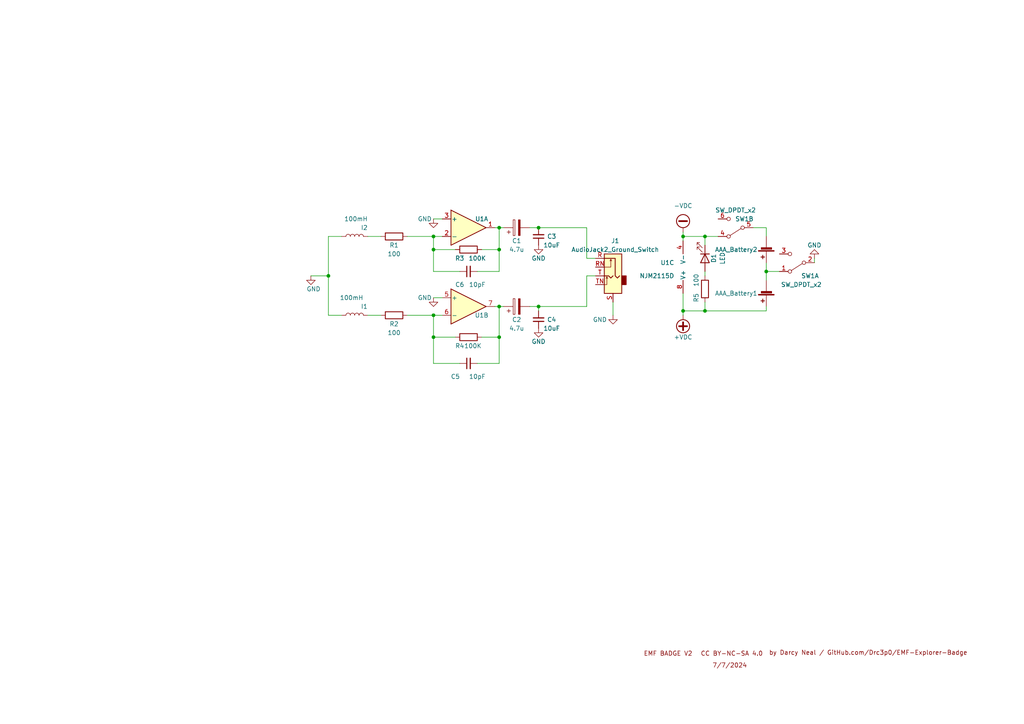
<source format=kicad_sch>
(kicad_sch (version 20230121) (generator eeschema)
  (paper "A4")
  (lib_symbols
    (symbol "Amplifier_Operational:LM358" (pin_names (offset 0.127))
      (property "Reference" "U" (at 0 5.08 0))
      (property "Value" "LM358" (at 0 -5.08 0))
      (symbol "LM358_1_1"
        (polyline (pts (xy -5.08 5.08) (xy 5.08 0) (xy -5.08 -5.08) (xy -5.08 5.08)) (stroke (width 0.254)) (fill (type background)))
        (pin output line (at 7.62 0 180) (length 2.54) (name "~") (number "1"))
        (pin input line (at -7.62 -2.54 0) (length 2.54) (name "-") (number "2"))
        (pin input line (at -7.62 2.54 0) (length 2.54) (name "+") (number "3"))
      )
      (symbol "LM358_2_1"
        (polyline (pts (xy -5.08 5.08) (xy 5.08 0) (xy -5.08 -5.08) (xy -5.08 5.08)) (stroke (width 0.254)) (fill (type background)))
        (pin input line (at -7.62 2.54 0) (length 2.54) (name "+") (number "5"))
        (pin input line (at -7.62 -2.54 0) (length 2.54) (name "-") (number "6"))
        (pin output line (at 7.62 0 180) (length 2.54) (name "~") (number "7"))
      )
      (symbol "LM358_3_1"
        (pin power_in line (at -2.54 -7.62 90) (length 3.81) (name "V-") (number "4"))
        (pin power_in line (at -2.54 7.62 270) (length 3.81) (name "V+") (number "8"))
      )
    )
    (symbol "Connector_Audio:AudioJack2_Ground_Switch"
      (property "Reference" "J1" (at -0.635 10.16 0))
      (property "Value" "AudioJack2_Ground_Switch" (at -0.635 7.62 0))
      (symbol "AudioJack2_Ground_Switch_0_1"
        (rectangle (start -2.54 -2.54) (end -3.81 0) (stroke (width 0.254)) (fill (type outline)))
        (rectangle (start 2.54 6.35) (end -2.54 -5.08) (stroke (width 0.254)) (fill (type background)))
      )
      (symbol "AudioJack2_Ground_Switch_1_1"
        (polyline (pts (xy 0.635 4.826) (xy 0.889 4.318)))
        (polyline (pts (xy 1.778 -0.254) (xy 2.032 -0.762)))
        (polyline (pts (xy 0 0) (xy 0.635 -0.635) (xy 1.27 0) (xy 2.54 0)) (stroke (width 0.254)))
        (polyline (pts (xy 2.54 -2.54) (xy 1.778 -2.54) (xy 1.778 -0.254) (xy 1.524 -0.762)))
        (polyline (pts (xy 2.54 2.54) (xy 0.635 2.54) (xy 0.635 4.826) (xy 0.381 4.318)))
        (polyline (pts (xy 2.54 5.08) (xy -0.635 5.08) (xy -0.635 0) (xy -1.27 -0.635) (xy -1.905 0)) (stroke (width 0.254)))
        (pin passive line (at 5.08 5.08 180) (length 2.54) (name "~") (number "R"))
        (pin passive line (at 5.08 2.54 180) (length 2.54) (name "~") (number "RN"))
        (pin passive line (at 0 -7.62 90) (length 2.54) (name "~") (number "S"))
        (pin passive line (at 5.08 0 180) (length 2.54) (name "~") (number "T"))
        (pin passive line (at 5.08 -2.54 180) (length 2.54) (name "~") (number "TN"))
      )
    )
    (symbol "Device:Battery_Cell" (pin_numbers hide) (pin_names (offset 0) hide)
      (property "Reference" "BT" (at 2.54 2.54 0))
      (property "Value" "Battery_Cell" (at 2.54 0 0))
      (symbol "Battery_Cell_0_1"
        (rectangle (start -2.286 1.778) (end 2.286 1.524) (fill (type outline)))
        (rectangle (start -1.5748 1.1938) (end 1.4732 0.6858) (fill (type outline)))
        (polyline (pts (xy 0 0.762) (xy 0 0)))
        (polyline (pts (xy 0 1.778) (xy 0 2.54)))
        (polyline (pts (xy 0.508 3.429) (xy 1.524 3.429)) (stroke (width 0.254)))
        (polyline (pts (xy 1.016 3.937) (xy 1.016 2.921)) (stroke (width 0.254)))
      )
      (symbol "Battery_Cell_1_1"
        (pin passive line (at 0 5.08 270) (length 2.54) (name "+") (number "1"))
        (pin passive line (at 0 -2.54 90) (length 2.54) (name "-") (number "2"))
      )
    )
    (symbol "Device:C_Polarized" (pin_numbers hide) (pin_names (offset 0.254))
      (property "Reference" "C" (at 0.635 2.54 0))
      (property "Value" "C_Polarized" (at 0.635 -2.54 0))
      (symbol "C_Polarized_0_1"
        (rectangle (start -2.286 0.508) (end 2.286 1.016))
        (polyline (pts (xy -1.778 2.286) (xy -0.762 2.286)))
        (polyline (pts (xy -1.27 2.794) (xy -1.27 1.778)))
        (rectangle (start 2.286 -0.508) (end -2.286 -1.016) (fill (type outline)))
      )
      (symbol "C_Polarized_1_1"
        (pin passive line (at 0 3.81 270) (length 2.794) (name "~") (number "1"))
        (pin passive line (at 0 -3.81 90) (length 2.794) (name "~") (number "2"))
      )
    )
    (symbol "Device:C_Small" (pin_numbers hide) (pin_names (offset 0.254) hide)
      (property "Reference" "C" (at 0.254 1.778 0))
      (property "Value" "C_Small" (at 0.254 -2.032 0))
      (symbol "C_Small_0_1"
        (polyline (pts (xy -1.524 -0.508) (xy 1.524 -0.508)) (stroke (width 0.3302)))
        (polyline (pts (xy -1.524 0.508) (xy 1.524 0.508)) (stroke (width 0.3048)))
      )
      (symbol "C_Small_1_1"
        (pin passive line (at 0 2.54 270) (length 2.032) (name "~") (number "1"))
        (pin passive line (at 0 -2.54 90) (length 2.032) (name "~") (number "2"))
      )
    )
    (symbol "Device:L" (pin_numbers hide) (pin_names (offset 1.016) hide)
      (property "Reference" "L" (at -1.27 0 90))
      (property "Value" "L" (at 1.905 0 90))
      (symbol "L_0_1"
        (arc (start 0 -2.54) (mid 0.6323 -1.905) (end 0 -1.27))
        (arc (start 0 -1.27) (mid 0.6323 -0.635) (end 0 0))
        (arc (start 0 0) (mid 0.6323 0.635) (end 0 1.27))
        (arc (start 0 1.27) (mid 0.6323 1.905) (end 0 2.54))
      )
      (symbol "L_1_1"
        (pin passive line (at 0 3.81 270) (length 1.27) (name "1") (number "1"))
        (pin passive line (at 0 -3.81 90) (length 1.27) (name "2") (number "2"))
      )
    )
    (symbol "Device:LED" (pin_numbers hide) (pin_names (offset 1.016) hide)
      (property "Reference" "D" (at 0 2.54 0))
      (property "Value" "LED" (at 0 -2.54 0))
      (symbol "LED_0_1"
        (polyline (pts (xy -1.27 -1.27) (xy -1.27 1.27)) (stroke (width 0.254)))
        (polyline (pts (xy -1.27 0) (xy 1.27 0)))
        (polyline (pts (xy 1.27 -1.27) (xy 1.27 1.27) (xy -1.27 0) (xy 1.27 -1.27)) (stroke (width 0.254)))
        (polyline (pts (xy -3.048 -0.762) (xy -4.572 -2.286) (xy -3.81 -2.286) (xy -4.572 -2.286) (xy -4.572 -1.524)))
        (polyline (pts (xy -1.778 -0.762) (xy -3.302 -2.286) (xy -2.54 -2.286) (xy -3.302 -2.286) (xy -3.302 -1.524)))
      )
      (symbol "LED_1_1"
        (pin passive line (at -3.81 0 0) (length 2.54) (name "K") (number "1"))
        (pin passive line (at 3.81 0 180) (length 2.54) (name "A") (number "2"))
      )
    )
    (symbol "Device:R" (pin_numbers hide) (pin_names (offset 0))
      (property "Reference" "R" (at 2.032 0 90))
      (property "Value" "R" (at 0 0 90))
      (symbol "R_0_1"
        (rectangle (start -1.016 -2.54) (end 1.016 2.54) (stroke (width 0.254)))
      )
      (symbol "R_1_1"
        (pin passive line (at 0 3.81 270) (length 1.27) (name "~") (number "1"))
        (pin passive line (at 0 -3.81 90) (length 1.27) (name "~") (number "2"))
      )
    )
    (symbol "SW_DPDT_x2_1" (pin_names (offset 0) hide)
      (property "Reference" "SW" (at 0 4.318 0))
      (property "Value" "SW_DPDT_x2" (at 0 -5.08 0))
      (symbol "SW_DPDT_x2_1_0_0"
        (circle (center -2.032 0) (radius 0.508))
        (circle (center 2.032 -2.54) (radius 0.508))
      )
      (symbol "SW_DPDT_x2_1_0_1"
        (polyline (pts (xy -1.524 0.254) (xy 1.651 2.286)))
        (circle (center 2.032 2.54) (radius 0.508))
      )
      (symbol "SW_DPDT_x2_1_1_1"
        (pin passive line (at 5.08 2.54 180) (length 2.54) (name "A") (number "1"))
        (pin passive line (at -5.08 0 0) (length 2.54) (name "B") (number "2"))
        (pin passive line (at 5.08 -2.54 180) (length 2.54) (name "C") (number "3"))
      )
      (symbol "SW_DPDT_x2_1_2_1"
        (pin passive line (at 5.08 2.54 180) (length 2.54) (name "A") (number "4"))
        (pin passive line (at -5.08 0 0) (length 2.54) (name "B") (number "5"))
        (pin passive line (at 5.08 -2.54 180) (length 2.54) (name "C") (number "6"))
      )
    )
    (symbol "power:+VDC" (power) (pin_names (offset 0))
      (property "Value" "+VDC" (at 0 6.35 0))
      (symbol "+VDC_0_1"
        (polyline (pts (xy -1.143 3.175) (xy 1.143 3.175)) (stroke (width 0.508)))
        (polyline (pts (xy 0 0) (xy 0 1.27)))
        (polyline (pts (xy 0 2.032) (xy 0 4.318)) (stroke (width 0.508)))
        (circle (center 0 3.175) (radius 1.905) (stroke (width 0.254)))
      )
      (symbol "+VDC_1_1"
        (pin power_in line (at 0 0 90) (length 0) hide (name "+VDC") (number "1"))
      )
    )
    (symbol "power:-VDC" (power) (pin_names (offset 0))
      (property "Value" "-VDC" (at 0 6.35 0))
      (symbol "-VDC_0_1"
        (polyline (pts (xy -1.143 3.175) (xy 1.143 3.175)) (stroke (width 0.508)))
        (polyline (pts (xy 0 0) (xy 0 1.27)))
        (circle (center 0 3.175) (radius 1.905) (stroke (width 0.254)))
      )
      (symbol "-VDC_1_1"
        (pin power_in line (at 0 0 90) (length 0) hide (name "-VDC") (number "1"))
      )
    )
    (symbol "power:GND" (power) (pin_names (offset 0))
      (property "Value" "GND" (at 0 -3.81 0))
      (symbol "GND_0_1"
        (polyline (pts (xy 0 0) (xy 0 -1.27) (xy 1.27 -1.27) (xy 0 -2.54) (xy -1.27 -1.27) (xy 0 -1.27)))
      )
      (symbol "GND_1_1"
        (pin power_in line (at 0 0 270) (length 0) hide (name "GND") (number "1"))
      )
    )
  )
  (junction (at 95.25 80.01))
  (junction (at 144.78 72.39))
  (junction (at 144.78 97.79))
  (junction (at 156.21 88.9))
  (junction (at 144.78 88.9))
  (junction (at 125.73 91.44))
  (junction (at 222.25 78.74))
  (junction (at 156.21 66.04))
  (junction (at 125.73 97.79))
  (junction (at 198.12 68.58))
  (junction (at 125.73 68.58))
  (junction (at 204.47 68.58))
  (junction (at 198.12 90.17))
  (junction (at 125.73 72.39))
  (junction (at 144.78 66.04))
  (junction (at 204.47 90.17))
  (wire (pts (xy 204.47 90.17) (xy 204.47 87.63)))
  (wire (pts (xy 125.73 105.41) (xy 125.73 97.79)))
  (wire (pts (xy 170.18 66.04) (xy 170.18 74.93)))
  (wire (pts (xy 204.47 90.17) (xy 198.12 90.17)))
  (wire (pts (xy 144.78 88.9) (xy 146.05 88.9)))
  (wire (pts (xy 106.68 68.58) (xy 110.49 68.58)))
  (wire (pts (xy 143.51 88.9) (xy 144.78 88.9)))
  (wire (pts (xy 226.06 78.74) (xy 222.25 78.74)))
  (wire (pts (xy 125.73 72.39) (xy 132.08 72.39)))
  (wire (pts (xy 222.25 90.17) (xy 204.47 90.17)))
  (wire (pts (xy 144.78 105.41) (xy 144.78 97.79)))
  (wire (pts (xy 139.7 72.39) (xy 144.78 72.39)))
  (wire (pts (xy 198.12 90.17) (xy 198.12 85.09)))
  (wire (pts (xy 222.25 78.74) (xy 222.25 76.2)))
  (wire (pts (xy 144.78 66.04) (xy 143.51 66.04)))
  (wire (pts (xy 144.78 78.74) (xy 144.78 72.39)))
  (wire (pts (xy 170.18 80.01) (xy 170.18 88.9)))
  (wire (pts (xy 208.28 68.58) (xy 204.47 68.58)))
  (wire (pts (xy 125.73 97.79) (xy 132.08 97.79)))
  (wire (pts (xy 156.21 88.9) (xy 170.18 88.9)))
  (wire (pts (xy 153.67 66.04) (xy 156.21 66.04)))
  (wire (pts (xy 198.12 91.44) (xy 198.12 90.17)))
  (wire (pts (xy 106.68 91.44) (xy 110.49 91.44)))
  (wire (pts (xy 177.8 87.63) (xy 177.8 91.44)))
  (wire (pts (xy 125.73 86.36) (xy 128.27 86.36)))
  (wire (pts (xy 144.78 66.04) (xy 146.05 66.04)))
  (wire (pts (xy 222.25 81.28) (xy 222.25 78.74)))
  (wire (pts (xy 138.43 78.74) (xy 144.78 78.74)))
  (wire (pts (xy 95.25 80.01) (xy 90.17 80.01)))
  (wire (pts (xy 125.73 68.58) (xy 125.73 72.39)))
  (wire (pts (xy 198.12 69.85) (xy 198.12 68.58)))
  (wire (pts (xy 125.73 63.5) (xy 128.27 63.5)))
  (wire (pts (xy 236.22 76.2) (xy 236.22 74.93)))
  (wire (pts (xy 198.12 68.58) (xy 198.12 67.31)))
  (wire (pts (xy 222.25 66.04) (xy 218.44 66.04)))
  (wire (pts (xy 133.35 78.74) (xy 125.73 78.74)))
  (wire (pts (xy 204.47 80.01) (xy 204.47 78.74)))
  (wire (pts (xy 125.73 91.44) (xy 125.73 97.79)))
  (wire (pts (xy 204.47 71.12) (xy 204.47 68.58)))
  (wire (pts (xy 156.21 66.04) (xy 170.18 66.04)))
  (wire (pts (xy 118.11 68.58) (xy 125.73 68.58)))
  (wire (pts (xy 138.43 105.41) (xy 144.78 105.41)))
  (wire (pts (xy 156.21 90.17) (xy 156.21 88.9)))
  (wire (pts (xy 125.73 78.74) (xy 125.73 72.39)))
  (wire (pts (xy 222.25 68.58) (xy 222.25 66.04)))
  (wire (pts (xy 118.11 91.44) (xy 125.73 91.44)))
  (wire (pts (xy 133.35 105.41) (xy 125.73 105.41)))
  (wire (pts (xy 153.67 88.9) (xy 156.21 88.9)))
  (wire (pts (xy 172.72 74.93) (xy 170.18 74.93)))
  (wire (pts (xy 99.06 91.44) (xy 95.25 91.44)))
  (wire (pts (xy 125.73 68.58) (xy 128.27 68.58)))
  (wire (pts (xy 144.78 72.39) (xy 144.78 66.04)))
  (wire (pts (xy 222.25 90.17) (xy 222.25 88.9)))
  (wire (pts (xy 99.06 68.58) (xy 95.25 68.58)))
  (wire (pts (xy 95.25 91.44) (xy 95.25 80.01)))
  (wire (pts (xy 95.25 68.58) (xy 95.25 80.01)))
  (wire (pts (xy 144.78 88.9) (xy 144.78 97.79)))
  (wire (pts (xy 170.18 80.01) (xy 172.72 80.01)))
  (wire (pts (xy 204.47 68.58) (xy 198.12 68.58)))
  (wire (pts (xy 125.73 91.44) (xy 128.27 91.44)))
  (wire (pts (xy 139.7 97.79) (xy 144.78 97.79)))
  (text "EMF BADGE V2" (at 186.69 190.5 0) (effects (font (size 1.27 1.27)) (justify left bottom)))
  (text "CC BY-NC-SA 4.0" (at 203.2 190.5 0) (effects (font (size 1.27 1.27)) (justify left bottom)))
  (text "by Darcy Neal / GitHub.com/Drc3p0/EMF-Explorer-Badge " (at 223.0267 190.2372 0) (effects (font (size 1.27 1.27)) (justify left bottom)))
  (text "7/7/2024" (at 206.6042 193.9207 0) (effects (font (size 1.27 1.27)) (justify left bottom)))
  (symbol (lib_id "Device:R") (at 204.47 83.82 0) (unit 1)
    (property "Reference" "R5" (at 201.93 86.36 90))
    (property "Value" "100" (at 201.93 81.28 90))
    (property "Footprint" "Resistor_THT:R_Axial_DIN0207_L6.3mm_D2.5mm_P7.62mm_Horizontal" (effects hide))
    (property "Sim.Device" "R" (effects hide))
    (property "Sim.Pins" "1=+ 2=-" (effects hide))
  )
  (symbol (lib_id "Device:R") (at 135.89 72.39 90) (unit 1)
    (property "Reference" "R3" (at 133.35 74.93 90))
    (property "Value" "100K" (at 138.43 74.93 90))
    (property "Footprint" "Resistor_THT:R_Axial_DIN0207_L6.3mm_D2.5mm_P7.62mm_Horizontal" (effects hide))
  )
  (symbol (lib_id "power:-VDC") (at 198.12 67.31 0) (unit 1)
    (property "Reference" "#PWR08" (effects hide))
    (property "Value" "-VDC" (at 198.12 59.69 0))
  )
  (symbol (lib_id "power:GND") (at 125.73 86.36 0) (unit 1)
    (property "Reference" "#PWR03" (effects hide))
    (property "Value" "GND" (at 123.19 86.36 0))
  )
  (symbol (lib_id "Device:C_Polarized") (at 149.86 66.04 90) (unit 1)
    (property "Reference" "C1" (at 149.86 69.85 90))
    (property "Value" "4.7u" (at 149.86 72.39 90))
    (property "Footprint" "Capacitor_THT:CP_Radial_D4.0mm_P2.54mm" (effects hide))
    (property "Sim.Device" "C" (effects hide))
    (property "Sim.Pins" "1=+ 2=-" (effects hide))
  )
  (symbol (lib_id "Device:C_Small") (at 135.89 78.74 90) (unit 1)
    (property "Reference" "C6" (at 133.35 82.55 90))
    (property "Value" "10pF" (at 138.43 82.55 90))
    (property "Footprint" "Capacitor_THT:C_Disc_D3.4mm_W2.1mm_P2.50mm" (effects hide))
  )
  (symbol (lib_id "Amplifier_Operational:LM358") (at 135.89 88.9 0) (unit 2)
    (property "Reference" "U1" (at 139.7 91.44 0))
    (property "Value" "NJM2115D" (effects hide))
    (property "Footprint" "Package_DIP:DIP-8_W7.62mm" (effects hide))
    (property "Sim.Library" "/Users/DRC/Downloads/MCP6001 2.lib" (effects hide))
    (property "Sim.Name" "MCP6001" (effects hide))
    (property "Sim.Device" "SUBCKT" (effects hide))
    (property "Sim.Pins" "1=1 2=2 3=3 4=4 5=5" (effects hide))
  )
  (symbol (lib_id "Device:R") (at 135.89 97.79 90) (unit 1)
    (property "Reference" "R4" (at 133.35 100.33 90))
    (property "Value" "100K" (at 137.16 100.33 90))
    (property "Footprint" "Resistor_THT:R_Axial_DIN0207_L6.3mm_D2.5mm_P7.62mm_Horizontal" (effects hide))
  )
  (symbol (lib_id "Device:R") (at 114.3 91.44 90) (unit 1)
    (property "Reference" "R2" (at 114.3 93.98 90))
    (property "Value" "100" (at 114.3 96.52 90))
    (property "Footprint" "Resistor_THT:R_Axial_DIN0207_L6.3mm_D2.5mm_P7.62mm_Horizontal" (effects hide))
    (property "Sim.Device" "R" (effects hide))
    (property "Sim.Pins" "1=+ 2=-" (effects hide))
  )
  (symbol (lib_id "Device:L") (at 102.87 91.44 90) (unit 1)
    (property "Reference" "I1" (at 106.68 88.9 90) (effects (justify left)))
    (property "Value" "100mH" (at 105.41 86.36 90) (effects (justify left)))
    (property "Footprint" "Inductor_THT:Inductor_D5.0mm_Horizontal_O3.81mm_Z9.0mm" (effects hide))
  )
  (symbol (lib_id "power:GND") (at 156.21 71.12 0) (unit 1)
    (property "Reference" "#PWR04" (effects hide))
    (property "Value" "GND" (at 156.21 74.93 0))
  )
  (symbol (lib_id "power:+VDC") (at 198.12 91.44 180) (unit 1)
    (property "Reference" "#PWR07" (effects hide))
    (property "Value" "+VDC" (at 198.12 97.79 0))
  )
  (symbol (lib_id "Device:C_Small") (at 135.89 105.41 90) (unit 1)
    (property "Reference" "C5" (at 132.08 109.22 90))
    (property "Value" "10pF" (at 138.43 109.22 90))
    (property "Footprint" "Capacitor_THT:C_Disc_D3.4mm_W2.1mm_P2.50mm" (effects hide))
  )
  (symbol (lib_id "Amplifier_Operational:LM358") (at 135.89 66.04 0) (unit 1)
    (property "Reference" "U1" (at 139.7 63.5 0))
    (property "Value" "NJM2115D" (effects hide))
    (property "Footprint" "Package_DIP:DIP-8_W7.62mm" (effects hide))
    (property "Sim.Library" "/Users/DRC/Downloads/MCP6001 2.lib" (effects hide))
    (property "Sim.Name" "MCP6001" (effects hide))
    (property "Sim.Device" "SUBCKT" (effects hide))
    (property "Sim.Pins" "1=1 2=2 3=3 4=4 5=5" (effects hide))
  )
  (symbol (lib_name "SW_DPDT_x2_1") (lib_id "Switch:SW_DPDT_x2") (at 231.14 76.2 180) (unit 1)
    (property "Reference" "SW1" (at 234.95 80.01 0))
    (property "Value" "SW_DPDT_x2" (at 232.41 82.55 0))
    (property "Footprint" "Button_Switch_THT:DPDT slide switch" (effects hide))
  )
  (symbol (lib_id "Device:C_Small") (at 156.21 68.58 180) (unit 1)
    (property "Reference" "C3" (at 160.02 68.58 0))
    (property "Value" "10uF" (at 160.02 71.12 0))
    (property "Footprint" "Capacitor_THT:C_Disc_D4.3mm_W1.9mm_P5.00mm" (effects hide))
    (property "Sim.Device" "C" (effects hide))
    (property "Sim.Pins" "1=+ 2=-" (effects hide))
  )
  (symbol (lib_id "power:GND") (at 156.21 95.25 0) (unit 1)
    (property "Reference" "#PWR05" (effects hide))
    (property "Value" "GND" (at 156.21 99.06 0))
  )
  (symbol (lib_id "power:GND") (at 90.17 80.01 0) (unit 1)
    (property "Reference" "#PWR01" (effects hide))
    (property "Value" "GND" (at 88.9 83.82 0) (effects (justify left)))
  )
  (symbol (lib_id "Connector_Audio:AudioJack2_Ground_Switch") (at 177.8 80.01 0) (mirror y) (unit 1)
    (property "Reference" "J1" (at 178.435 69.85 0))
    (property "Value" "AudioJack2_Ground_Switch" (at 178.435 72.39 0))
    (property "Footprint" "Connector_Audio:Jack_3.5mm_CUI_SJ1-3525N_Horizontal" (effects hide))
  )
  (symbol (lib_id "Device:L") (at 102.87 68.58 90) (unit 1)
    (property "Reference" "I2" (at 106.68 66.04 90) (effects (justify left)))
    (property "Value" "100mH" (at 106.68 63.5 90) (effects (justify left)))
    (property "Footprint" "Inductor_THT:Inductor_D5.0mm_Horizontal_O3.81mm_Z9.0mm" (effects hide))
  )
  (symbol (lib_id "Device:C_Polarized") (at 149.86 88.9 90) (unit 1)
    (property "Reference" "C2" (at 149.86 92.71 90))
    (property "Value" "4.7u" (at 149.86 95.25 90))
    (property "Footprint" "Capacitor_THT:CP_Radial_D4.0mm_P2.54mm" (effects hide))
    (property "Sim.Device" "C" (effects hide))
    (property "Sim.Pins" "1=+ 2=-" (effects hide))
  )
  (symbol (lib_id "Amplifier_Operational:LM358") (at 195.58 77.47 180) (unit 3)
    (property "Reference" "U1" (at 195.58 76.2 0) (effects (justify left)))
    (property "Value" "NJM2115D" (at 195.58 80.01 0) (effects (justify left)))
    (property "Footprint" "Package_DIP:DIP-8_W7.62mm" (effects hide))
    (property "Sim.Library" "/Users/DRC/Downloads/MCP6001 2.lib" (effects hide))
    (property "Sim.Name" "MCP6001" (effects hide))
    (property "Sim.Device" "SUBCKT" (effects hide))
    (property "Sim.Pins" "1=1 2=2 3=3 4=4 5=5" (effects hide))
  )
  (symbol (lib_id "Device:R") (at 114.3 68.58 90) (unit 1)
    (property "Reference" "R1" (at 114.3 71.12 90))
    (property "Value" "100" (at 114.3 73.66 90))
    (property "Footprint" "Resistor_THT:R_Axial_DIN0207_L6.3mm_D2.5mm_P7.62mm_Horizontal" (effects hide))
  )
  (symbol (lib_id "power:GND") (at 177.8 91.44 0) (unit 1)
    (property "Reference" "#PWR09" (effects hide))
    (property "Value" "GND" (at 173.99 92.71 0))
  )
  (symbol (lib_id "Device:LED") (at 204.47 74.93 270) (unit 1)
    (property "Reference" "D1" (at 207.01 74.93 0))
    (property "Value" "LED" (at 209.55 74.93 0))
    (property "Footprint" "LED_THT:LED_D5.0mm_Horizontal_O1.27mm_Z9.0mm" (effects hide))
  )
  (symbol (lib_id "Device:Battery_Cell") (at 222.25 83.82 180) (unit 1)
    (property "Reference" "AAA_Battery1" (at 219.71 85.09 0) (effects (justify left)))
    (property "Value" "Spring_side->" (effects hide))
    (property "Footprint" "Battery:BatteryHolder_Keystone_2466_1xAAA" (effects hide))
  )
  (symbol (lib_name "SW_DPDT_x2_1") (lib_id "Switch:SW_DPDT_x2") (at 213.36 66.04 180) (unit 2)
    (property "Reference" "SW1" (at 215.9 63.5 0))
    (property "Value" "SW_DPDT_x2" (at 213.36 60.96 0))
    (property "Footprint" "Button_Switch_THT:DPDT slide switch" (effects hide))
  )
  (symbol (lib_id "power:GND") (at 125.73 63.5 0) (unit 1)
    (property "Reference" "#PWR02" (effects hide))
    (property "Value" "GND" (at 123.19 63.5 0))
  )
  (symbol (lib_id "power:GND") (at 236.22 74.93 180) (unit 1)
    (property "Reference" "#PWR06" (effects hide))
    (property "Value" "GND" (at 236.22 71.12 0))
  )
  (symbol (lib_id "Device:Battery_Cell") (at 222.25 71.12 180) (unit 1)
    (property "Reference" "AAA_Battery2" (at 219.71 72.39 0) (effects (justify left)))
    (property "Value" "<-Spring_side" (effects hide))
    (property "Footprint" "Battery:BatteryHolder_Keystone_2466_1xAAA" (effects hide))
  )
  (symbol (lib_id "Device:C_Small") (at 156.21 92.71 180) (unit 1)
    (property "Reference" "C4" (at 160.02 92.71 0))
    (property "Value" "10uF" (at 160.02 95.25 0))
    (property "Footprint" "Capacitor_THT:C_Disc_D4.3mm_W1.9mm_P5.00mm" (effects hide))
    (property "Sim.Device" "C" (effects hide))
    (property "Sim.Pins" "1=+ 2=-" (effects hide))
  )
)
</source>
